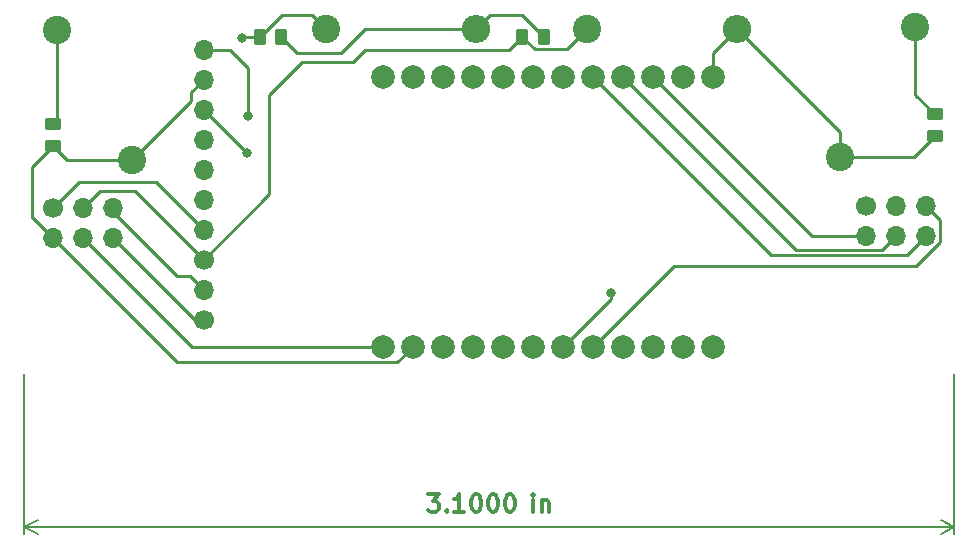
<source format=gbr>
%TF.GenerationSoftware,KiCad,Pcbnew,(7.0.0)*%
%TF.CreationDate,2024-02-24T11:05:22-08:00*%
%TF.ProjectId,Top_Board,546f705f-426f-4617-9264-2e6b69636164,0*%
%TF.SameCoordinates,Original*%
%TF.FileFunction,Copper,L2,Bot*%
%TF.FilePolarity,Positive*%
%FSLAX46Y46*%
G04 Gerber Fmt 4.6, Leading zero omitted, Abs format (unit mm)*
G04 Created by KiCad (PCBNEW (7.0.0)) date 2024-02-24 11:05:22*
%MOMM*%
%LPD*%
G01*
G04 APERTURE LIST*
G04 Aperture macros list*
%AMRoundRect*
0 Rectangle with rounded corners*
0 $1 Rounding radius*
0 $2 $3 $4 $5 $6 $7 $8 $9 X,Y pos of 4 corners*
0 Add a 4 corners polygon primitive as box body*
4,1,4,$2,$3,$4,$5,$6,$7,$8,$9,$2,$3,0*
0 Add four circle primitives for the rounded corners*
1,1,$1+$1,$2,$3*
1,1,$1+$1,$4,$5*
1,1,$1+$1,$6,$7*
1,1,$1+$1,$8,$9*
0 Add four rect primitives between the rounded corners*
20,1,$1+$1,$2,$3,$4,$5,0*
20,1,$1+$1,$4,$5,$6,$7,0*
20,1,$1+$1,$6,$7,$8,$9,0*
20,1,$1+$1,$8,$9,$2,$3,0*%
%AMHorizOval*
0 Thick line with rounded ends*
0 $1 width*
0 $2 $3 position (X,Y) of the first rounded end (center of the circle)*
0 $4 $5 position (X,Y) of the second rounded end (center of the circle)*
0 Add line between two ends*
20,1,$1,$2,$3,$4,$5,0*
0 Add two circle primitives to create the rounded ends*
1,1,$1,$2,$3*
1,1,$1,$4,$5*%
G04 Aperture macros list end*
%ADD10C,0.300000*%
%TA.AperFunction,NonConductor*%
%ADD11C,0.300000*%
%TD*%
%TA.AperFunction,NonConductor*%
%ADD12C,0.200000*%
%TD*%
%TA.AperFunction,ComponentPad*%
%ADD13C,2.000000*%
%TD*%
%TA.AperFunction,ComponentPad*%
%ADD14C,2.400000*%
%TD*%
%TA.AperFunction,ComponentPad*%
%ADD15HorizOval,2.400000X0.000000X0.000000X0.000000X0.000000X0*%
%TD*%
%TA.AperFunction,ComponentPad*%
%ADD16C,1.700000*%
%TD*%
%TA.AperFunction,ComponentPad*%
%ADD17O,1.700000X1.700000*%
%TD*%
%TA.AperFunction,SMDPad,CuDef*%
%ADD18RoundRect,0.250000X-0.450000X0.262500X-0.450000X-0.262500X0.450000X-0.262500X0.450000X0.262500X0*%
%TD*%
%TA.AperFunction,SMDPad,CuDef*%
%ADD19RoundRect,0.250000X-0.262500X-0.450000X0.262500X-0.450000X0.262500X0.450000X-0.262500X0.450000X0*%
%TD*%
%TA.AperFunction,ComponentPad*%
%ADD20HorizOval,2.400000X0.000000X0.000000X0.000000X0.000000X0*%
%TD*%
%TA.AperFunction,ComponentPad*%
%ADD21O,2.400000X2.400000*%
%TD*%
%TA.AperFunction,ViaPad*%
%ADD22C,0.800000*%
%TD*%
%TA.AperFunction,Conductor*%
%ADD23C,0.250000*%
%TD*%
G04 APERTURE END LIST*
D10*
D11*
X147329218Y-120441071D02*
X148257790Y-120441071D01*
X148257790Y-120441071D02*
X147757790Y-121012500D01*
X147757790Y-121012500D02*
X147972075Y-121012500D01*
X147972075Y-121012500D02*
X148114933Y-121083928D01*
X148114933Y-121083928D02*
X148186361Y-121155357D01*
X148186361Y-121155357D02*
X148257790Y-121298214D01*
X148257790Y-121298214D02*
X148257790Y-121655357D01*
X148257790Y-121655357D02*
X148186361Y-121798214D01*
X148186361Y-121798214D02*
X148114933Y-121869642D01*
X148114933Y-121869642D02*
X147972075Y-121941071D01*
X147972075Y-121941071D02*
X147543504Y-121941071D01*
X147543504Y-121941071D02*
X147400647Y-121869642D01*
X147400647Y-121869642D02*
X147329218Y-121798214D01*
X148900646Y-121798214D02*
X148972075Y-121869642D01*
X148972075Y-121869642D02*
X148900646Y-121941071D01*
X148900646Y-121941071D02*
X148829218Y-121869642D01*
X148829218Y-121869642D02*
X148900646Y-121798214D01*
X148900646Y-121798214D02*
X148900646Y-121941071D01*
X150400647Y-121941071D02*
X149543504Y-121941071D01*
X149972075Y-121941071D02*
X149972075Y-120441071D01*
X149972075Y-120441071D02*
X149829218Y-120655357D01*
X149829218Y-120655357D02*
X149686361Y-120798214D01*
X149686361Y-120798214D02*
X149543504Y-120869642D01*
X151329218Y-120441071D02*
X151472075Y-120441071D01*
X151472075Y-120441071D02*
X151614932Y-120512500D01*
X151614932Y-120512500D02*
X151686361Y-120583928D01*
X151686361Y-120583928D02*
X151757789Y-120726785D01*
X151757789Y-120726785D02*
X151829218Y-121012500D01*
X151829218Y-121012500D02*
X151829218Y-121369642D01*
X151829218Y-121369642D02*
X151757789Y-121655357D01*
X151757789Y-121655357D02*
X151686361Y-121798214D01*
X151686361Y-121798214D02*
X151614932Y-121869642D01*
X151614932Y-121869642D02*
X151472075Y-121941071D01*
X151472075Y-121941071D02*
X151329218Y-121941071D01*
X151329218Y-121941071D02*
X151186361Y-121869642D01*
X151186361Y-121869642D02*
X151114932Y-121798214D01*
X151114932Y-121798214D02*
X151043503Y-121655357D01*
X151043503Y-121655357D02*
X150972075Y-121369642D01*
X150972075Y-121369642D02*
X150972075Y-121012500D01*
X150972075Y-121012500D02*
X151043503Y-120726785D01*
X151043503Y-120726785D02*
X151114932Y-120583928D01*
X151114932Y-120583928D02*
X151186361Y-120512500D01*
X151186361Y-120512500D02*
X151329218Y-120441071D01*
X152757789Y-120441071D02*
X152900646Y-120441071D01*
X152900646Y-120441071D02*
X153043503Y-120512500D01*
X153043503Y-120512500D02*
X153114932Y-120583928D01*
X153114932Y-120583928D02*
X153186360Y-120726785D01*
X153186360Y-120726785D02*
X153257789Y-121012500D01*
X153257789Y-121012500D02*
X153257789Y-121369642D01*
X153257789Y-121369642D02*
X153186360Y-121655357D01*
X153186360Y-121655357D02*
X153114932Y-121798214D01*
X153114932Y-121798214D02*
X153043503Y-121869642D01*
X153043503Y-121869642D02*
X152900646Y-121941071D01*
X152900646Y-121941071D02*
X152757789Y-121941071D01*
X152757789Y-121941071D02*
X152614932Y-121869642D01*
X152614932Y-121869642D02*
X152543503Y-121798214D01*
X152543503Y-121798214D02*
X152472074Y-121655357D01*
X152472074Y-121655357D02*
X152400646Y-121369642D01*
X152400646Y-121369642D02*
X152400646Y-121012500D01*
X152400646Y-121012500D02*
X152472074Y-120726785D01*
X152472074Y-120726785D02*
X152543503Y-120583928D01*
X152543503Y-120583928D02*
X152614932Y-120512500D01*
X152614932Y-120512500D02*
X152757789Y-120441071D01*
X154186360Y-120441071D02*
X154329217Y-120441071D01*
X154329217Y-120441071D02*
X154472074Y-120512500D01*
X154472074Y-120512500D02*
X154543503Y-120583928D01*
X154543503Y-120583928D02*
X154614931Y-120726785D01*
X154614931Y-120726785D02*
X154686360Y-121012500D01*
X154686360Y-121012500D02*
X154686360Y-121369642D01*
X154686360Y-121369642D02*
X154614931Y-121655357D01*
X154614931Y-121655357D02*
X154543503Y-121798214D01*
X154543503Y-121798214D02*
X154472074Y-121869642D01*
X154472074Y-121869642D02*
X154329217Y-121941071D01*
X154329217Y-121941071D02*
X154186360Y-121941071D01*
X154186360Y-121941071D02*
X154043503Y-121869642D01*
X154043503Y-121869642D02*
X153972074Y-121798214D01*
X153972074Y-121798214D02*
X153900645Y-121655357D01*
X153900645Y-121655357D02*
X153829217Y-121369642D01*
X153829217Y-121369642D02*
X153829217Y-121012500D01*
X153829217Y-121012500D02*
X153900645Y-120726785D01*
X153900645Y-120726785D02*
X153972074Y-120583928D01*
X153972074Y-120583928D02*
X154043503Y-120512500D01*
X154043503Y-120512500D02*
X154186360Y-120441071D01*
X156229216Y-121941071D02*
X156229216Y-120941071D01*
X156229216Y-120441071D02*
X156157788Y-120512500D01*
X156157788Y-120512500D02*
X156229216Y-120583928D01*
X156229216Y-120583928D02*
X156300645Y-120512500D01*
X156300645Y-120512500D02*
X156229216Y-120441071D01*
X156229216Y-120441071D02*
X156229216Y-120583928D01*
X156943502Y-120941071D02*
X156943502Y-121941071D01*
X156943502Y-121083928D02*
X157014931Y-121012500D01*
X157014931Y-121012500D02*
X157157788Y-120941071D01*
X157157788Y-120941071D02*
X157372074Y-120941071D01*
X157372074Y-120941071D02*
X157514931Y-121012500D01*
X157514931Y-121012500D02*
X157586360Y-121155357D01*
X157586360Y-121155357D02*
X157586360Y-121941071D01*
D12*
X191899218Y-110228000D02*
X191899218Y-123776420D01*
X113159218Y-110228000D02*
X113159218Y-123776420D01*
X191899218Y-123190000D02*
X113159218Y-123190000D01*
X191899218Y-123190000D02*
X113159218Y-123190000D01*
X191899218Y-123190000D02*
X190772714Y-123776421D01*
X191899218Y-123190000D02*
X190772714Y-122603579D01*
X113159218Y-123190000D02*
X114285722Y-122603579D01*
X113159218Y-123190000D02*
X114285722Y-123776421D01*
D13*
%TO.P,U1,1,3v*%
%TO.N,3V*%
X171450000Y-107950000D03*
%TO.P,U1,2,1*%
%TO.N,unconnected-(U1-1-Pad2)*%
X168910000Y-107950000D03*
%TO.P,U1,3,2*%
%TO.N,unconnected-(U1-2-Pad3)*%
X166370000Y-107950000D03*
%TO.P,U1,4,3*%
%TO.N,unconnected-(U1-3-Pad4)*%
X163830000Y-107950000D03*
%TO.P,U1,5,10*%
%TO.N,D10*%
X161290000Y-107950000D03*
%TO.P,U1,6,11*%
%TO.N,D11*%
X158750000Y-107950000D03*
%TO.P,U1,7,12*%
%TO.N,SDA*%
X156210000Y-107950000D03*
%TO.P,U1,8,13*%
%TO.N,SCL*%
X153670000Y-107950000D03*
%TO.P,U1,9,NC*%
%TO.N,unconnected-(U1-NC-Pad9)*%
X151130000Y-107950000D03*
%TO.P,U1,10,NC*%
%TO.N,unconnected-(U1-NC-Pad10)*%
X148590000Y-107950000D03*
%TO.P,U1,11,GND*%
%TO.N,GND*%
X146050000Y-107950000D03*
%TO.P,U1,12,5V*%
%TO.N,5V*%
X143510000Y-107950000D03*
%TO.P,U1,13,GND*%
%TO.N,GND*%
X171450000Y-85088136D03*
%TO.P,U1,14,GND*%
X168910000Y-85088136D03*
%TO.P,U1,15,43*%
%TO.N,D43*%
X166370000Y-85088136D03*
%TO.P,U1,16,44*%
%TO.N,D44*%
X163830000Y-85088136D03*
%TO.P,U1,17,18*%
%TO.N,D18*%
X161290000Y-85088136D03*
%TO.P,U1,18,17*%
%TO.N,D17*%
X158750000Y-85088136D03*
%TO.P,U1,19,21*%
%TO.N,unconnected-(U1-21-Pad19)*%
X156210000Y-85088136D03*
%TO.P,U1,20,16*%
%TO.N,unconnected-(U1-16-Pad20)*%
X153670000Y-85088136D03*
%TO.P,U1,21,NC*%
%TO.N,unconnected-(U1-NC-Pad21)*%
X151130000Y-85088136D03*
%TO.P,U1,22,GND*%
%TO.N,GND*%
X148590000Y-85088136D03*
%TO.P,U1,23,GND*%
X146050000Y-85088136D03*
%TO.P,U1,24,3v*%
%TO.N,unconnected-(U1-3v-Pad24)*%
X143510000Y-85088136D03*
%TD*%
D14*
%TO.P,R2,1*%
%TO.N,AN0*%
X188595000Y-80860739D03*
D15*
%TO.P,R2,2*%
%TO.N,GND*%
X182244999Y-91859261D03*
%TD*%
D16*
%TO.P,J2,1,Pin_1*%
%TO.N,AN3*%
X128342521Y-105641979D03*
D17*
%TO.P,J2,2,Pin_2*%
%TO.N,AN2*%
X128342520Y-103101978D03*
D16*
%TO.P,J2,3,Pin_3*%
%TO.N,AN1*%
X128342521Y-100561979D03*
D17*
%TO.P,J2,4,Pin_4*%
%TO.N,AN0*%
X128342520Y-98021978D03*
%TO.P,J2,5,Pin_5*%
%TO.N,unconnected-(J2-Pin_5-Pad5)*%
X128342520Y-95481978D03*
%TO.P,J2,6,Pin_6*%
%TO.N,unconnected-(J2-Pin_6-Pad6)*%
X128342520Y-92941978D03*
%TO.P,J2,7,Pin_7*%
%TO.N,SDA*%
X128342520Y-90401978D03*
%TO.P,J2,8,Pin_8*%
%TO.N,SCL*%
X128342520Y-87861978D03*
%TO.P,J2,9,Pin_9*%
%TO.N,GND*%
X128342520Y-85321978D03*
%TO.P,J2,10,Pin_10*%
%TO.N,3V*%
X128342520Y-82781978D03*
%TD*%
D18*
%TO.P,R4,1*%
%TO.N,AN2*%
X115570000Y-89107000D03*
%TO.P,R4,2*%
%TO.N,GND*%
X115570000Y-90932000D03*
%TD*%
D16*
%TO.P,J1,1,Pin_1*%
%TO.N,AN0*%
X115585000Y-96204000D03*
D17*
%TO.P,J1,2,Pin_2*%
%TO.N,GND*%
X115584999Y-98743999D03*
%TO.P,J1,3,Pin_3*%
%TO.N,AN1*%
X118124999Y-96203999D03*
%TO.P,J1,4,Pin_4*%
%TO.N,5V*%
X118124999Y-98743999D03*
%TO.P,J1,5,Pin_5*%
%TO.N,AN2*%
X120664999Y-96203999D03*
%TO.P,J1,6,Pin_6*%
%TO.N,AN3*%
X120664999Y-98743999D03*
%TD*%
D19*
%TO.P,R7,1*%
%TO.N,AN3*%
X133072500Y-81686400D03*
%TO.P,R7,2*%
%TO.N,GND*%
X134897500Y-81686400D03*
%TD*%
D16*
%TO.P,J4,1,Pin_1*%
%TO.N,D17*%
X184404000Y-96012000D03*
D17*
%TO.P,J4,2,Pin_2*%
%TO.N,D43*%
X184403999Y-98551999D03*
%TO.P,J4,3,Pin_3*%
%TO.N,D11*%
X186943999Y-96011999D03*
%TO.P,J4,4,Pin_4*%
%TO.N,D44*%
X186943999Y-98551999D03*
%TO.P,J4,5,Pin_5*%
%TO.N,D10*%
X189483999Y-96011999D03*
%TO.P,J4,6,Pin_6*%
%TO.N,D18*%
X189483999Y-98551999D03*
%TD*%
D18*
%TO.P,R1,1*%
%TO.N,AN0*%
X190246000Y-88241500D03*
%TO.P,R1,2*%
%TO.N,GND*%
X190246000Y-90066500D03*
%TD*%
D14*
%TO.P,R3,1*%
%TO.N,AN2*%
X115951000Y-81114739D03*
D20*
%TO.P,R3,2*%
%TO.N,GND*%
X122300999Y-92113261D03*
%TD*%
D14*
%TO.P,R6,1*%
%TO.N,AN1*%
X160782000Y-81026000D03*
D21*
%TO.P,R6,2*%
%TO.N,GND*%
X173481999Y-81025999D03*
%TD*%
D19*
%TO.P,R5,1*%
%TO.N,AN1*%
X155322900Y-81686400D03*
%TO.P,R5,2*%
%TO.N,GND*%
X157147900Y-81686400D03*
%TD*%
D14*
%TO.P,R8,1*%
%TO.N,AN3*%
X138684000Y-81026000D03*
D21*
%TO.P,R8,2*%
%TO.N,GND*%
X151383999Y-81025999D03*
%TD*%
D22*
%TO.N,AN3*%
X131572000Y-81788000D03*
%TO.N,SCL*%
X132000271Y-91519729D03*
%TO.N,D11*%
X162814000Y-103378000D03*
%TO.N,3V*%
X132080000Y-88392000D03*
%TD*%
D23*
%TO.N,GND*%
X113792000Y-97028000D02*
X113792000Y-92710000D01*
X151384000Y-81026000D02*
X152584000Y-79826000D01*
X126061000Y-109220000D02*
X126238000Y-109220000D01*
X171450000Y-83058000D02*
X173482000Y-81026000D01*
X113869000Y-97028000D02*
X113792000Y-97028000D01*
X126293000Y-109275000D02*
X144725000Y-109275000D01*
X136269100Y-83058000D02*
X139954000Y-83058000D01*
X155287500Y-79826000D02*
X157147900Y-81686400D01*
X115585000Y-98744000D02*
X126061000Y-109220000D01*
X115585000Y-98744000D02*
X113869000Y-97028000D01*
X190246000Y-90066500D02*
X188453238Y-91859262D01*
X144725000Y-109275000D02*
X146050000Y-107950000D01*
X116751262Y-92113262D02*
X122301000Y-92113262D01*
X128342521Y-85321979D02*
X127254000Y-86410500D01*
X115570000Y-90932000D02*
X116751262Y-92113262D01*
X182245000Y-91859262D02*
X182245000Y-89789000D01*
X134897500Y-81686400D02*
X136269100Y-83058000D01*
X127254000Y-86410500D02*
X127254000Y-87160262D01*
X113792000Y-92710000D02*
X115570000Y-90932000D01*
X152584000Y-79826000D02*
X155287500Y-79826000D01*
X127254000Y-87160262D02*
X122301000Y-92113262D01*
X182245000Y-89789000D02*
X173482000Y-81026000D01*
X139954000Y-83058000D02*
X141986000Y-81026000D01*
X141986000Y-81026000D02*
X151384000Y-81026000D01*
X126238000Y-109220000D02*
X126293000Y-109275000D01*
X171450000Y-85088136D02*
X171450000Y-83058000D01*
X188453238Y-91859262D02*
X182245000Y-91859262D01*
%TO.N,5V*%
X143510000Y-107950000D02*
X127331000Y-107950000D01*
X127331000Y-107950000D02*
X118125000Y-98744000D01*
%TO.N,AN3*%
X133072500Y-81686400D02*
X134932900Y-79826000D01*
X137484000Y-79826000D02*
X138684000Y-81026000D01*
X131673600Y-81686400D02*
X133072500Y-81686400D01*
X134932900Y-79826000D02*
X137484000Y-79826000D01*
X120665000Y-98744000D02*
X127562979Y-105641979D01*
X131572000Y-81788000D02*
X131673600Y-81686400D01*
X127562979Y-105641979D02*
X128342521Y-105641979D01*
%TO.N,AN2*%
X126056979Y-101926979D02*
X120665000Y-96535000D01*
X127167521Y-101926979D02*
X126056979Y-101926979D01*
X115951000Y-88726000D02*
X115570000Y-89107000D01*
X115951000Y-81114739D02*
X115951000Y-88726000D01*
X120665000Y-96535000D02*
X120665000Y-96204000D01*
X128342521Y-103101979D02*
X127167521Y-101926979D01*
%TO.N,AN1*%
X141986000Y-82804000D02*
X154205300Y-82804000D01*
X128342521Y-100561979D02*
X133858000Y-95046500D01*
X136652000Y-83820000D02*
X140970000Y-83820000D01*
X119587000Y-94742000D02*
X118125000Y-96204000D01*
X155322900Y-81686400D02*
X156347900Y-82711400D01*
X122522542Y-94742000D02*
X119587000Y-94742000D01*
X133858000Y-86614000D02*
X136652000Y-83820000D01*
X140970000Y-83820000D02*
X141986000Y-82804000D01*
X156347900Y-82711400D02*
X159096600Y-82711400D01*
X133858000Y-95046500D02*
X133858000Y-86614000D01*
X159096600Y-82711400D02*
X160782000Y-81026000D01*
X154205300Y-82804000D02*
X155322900Y-81686400D01*
X128342521Y-100561979D02*
X122522542Y-94742000D01*
%TO.N,AN0*%
X188595000Y-80860739D02*
X188595000Y-86590500D01*
X117809000Y-93980000D02*
X115585000Y-96204000D01*
X188595000Y-86590500D02*
X190246000Y-88241500D01*
X124300542Y-93980000D02*
X117809000Y-93980000D01*
X128342521Y-98021979D02*
X124300542Y-93980000D01*
%TO.N,SCL*%
X132000271Y-91519729D02*
X128342521Y-87861979D01*
%TO.N,D10*%
X190659000Y-99038701D02*
X188605701Y-101092000D01*
X168148000Y-101092000D02*
X161290000Y-107950000D01*
X189484000Y-96012000D02*
X190659000Y-97187000D01*
X190659000Y-97187000D02*
X190659000Y-99038701D01*
X188605701Y-101092000D02*
X168148000Y-101092000D01*
%TO.N,D11*%
X162814000Y-103886000D02*
X158750000Y-107950000D01*
X162814000Y-103378000D02*
X162814000Y-103886000D01*
%TO.N,D43*%
X184404000Y-98552000D02*
X179833864Y-98552000D01*
X179833864Y-98552000D02*
X166370000Y-85088136D01*
%TO.N,D44*%
X186944000Y-98552000D02*
X185769000Y-99727000D01*
X185769000Y-99727000D02*
X178468864Y-99727000D01*
X178468864Y-99727000D02*
X163830000Y-85088136D01*
%TO.N,D18*%
X187859000Y-100177000D02*
X176377000Y-100177000D01*
X176377000Y-100177000D02*
X175260000Y-99060000D01*
X175260000Y-99058136D02*
X161290000Y-85088136D01*
X175260000Y-99060000D02*
X175260000Y-99058136D01*
X189484000Y-98552000D02*
X187859000Y-100177000D01*
%TO.N,3V*%
X132080000Y-84328000D02*
X130533979Y-82781979D01*
X130533979Y-82781979D02*
X128342521Y-82781979D01*
X132080000Y-88392000D02*
X132080000Y-84328000D01*
%TD*%
M02*

</source>
